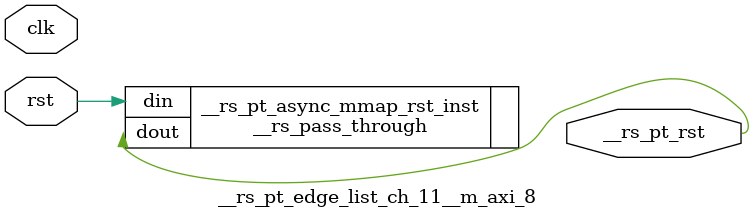
<source format=v>
`timescale 1 ns / 1 ps
/**   Generated by RapidStream   **/
module __rs_pt_edge_list_ch_11__m_axi_8 #(
    parameter BufferSize         = 32,
    parameter BufferSizeLog      = 5,
    parameter AddrWidth          = 64,
    parameter AxiSideAddrWidth   = 64,
    parameter DataWidth          = 512,
    parameter DataWidthBytesLog  = 6,
    parameter WaitTimeWidth      = 4,
    parameter BurstLenWidth      = 8,
    parameter EnableReadChannel  = 1,
    parameter EnableWriteChannel = 1,
    parameter MaxWaitTime        = 3,
    parameter MaxBurstLen        = 15
) (
    output wire __rs_pt_rst,
    input wire  clk,
    input wire  rst
);




__rs_pass_through #(
    .WIDTH (1)
) __rs_pt_async_mmap_rst_inst /**   Generated by RapidStream   **/ (
    .din  (rst),
    .dout (__rs_pt_rst)
);

endmodule  // __rs_pt_edge_list_ch_11__m_axi_8
</source>
